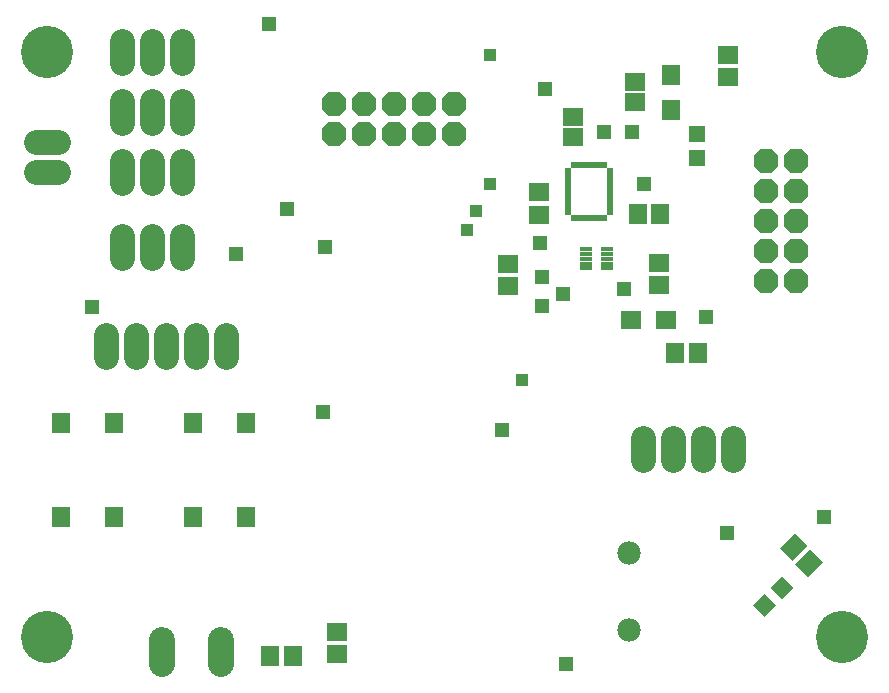
<source format=gbs>
G75*
G70*
%OFA0B0*%
%FSLAX24Y24*%
%IPPOS*%
%LPD*%
%AMOC8*
5,1,8,0,0,1.08239X$1,22.5*
%
%ADD10R,0.0395X0.0167*%
%ADD11R,0.0592X0.0671*%
%ADD12R,0.0671X0.0592*%
%ADD13R,0.0710X0.0631*%
%ADD14R,0.0198X0.0237*%
%ADD15R,0.0237X0.0198*%
%ADD16R,0.0631X0.0710*%
%ADD17C,0.0820*%
%ADD18OC8,0.0820*%
%ADD19R,0.0552X0.0552*%
%ADD20R,0.0552X0.0552*%
%ADD21R,0.0592X0.0710*%
%ADD22R,0.0710X0.0592*%
%ADD23R,0.0592X0.0690*%
%ADD24C,0.0780*%
%ADD25C,0.0860*%
%ADD26R,0.0476X0.0476*%
%ADD27R,0.0437X0.0437*%
%ADD28C,0.1740*%
D10*
X019579Y016468D03*
X019579Y016626D03*
X019579Y016783D03*
X019579Y016941D03*
X019579Y017098D03*
X020296Y017098D03*
X020296Y016941D03*
X020296Y016783D03*
X020296Y016626D03*
X020296Y016468D03*
D11*
X021313Y018283D03*
X022062Y018283D03*
X022563Y013633D03*
X023312Y013633D03*
D12*
X022038Y015909D03*
X022038Y016657D03*
X018038Y018259D03*
X018038Y019007D03*
X019148Y020845D03*
X019148Y021515D03*
X021238Y021999D03*
X021238Y022668D03*
X016987Y016618D03*
X016987Y015870D03*
D13*
X021083Y014750D03*
X022264Y014750D03*
D14*
X020180Y018143D03*
X019983Y018143D03*
X019786Y018143D03*
X019589Y018143D03*
X019392Y018143D03*
X019195Y018143D03*
X019195Y019924D03*
X019392Y019924D03*
X019589Y019924D03*
X019786Y019924D03*
X019983Y019924D03*
X020180Y019924D03*
D15*
X020381Y019722D03*
X020381Y019525D03*
X020381Y019329D03*
X020381Y019132D03*
X020381Y018935D03*
X020381Y018738D03*
X020381Y018541D03*
X020381Y018344D03*
X018994Y018344D03*
X018994Y018541D03*
X018994Y018738D03*
X018994Y018935D03*
X018994Y019132D03*
X018994Y019329D03*
X018994Y019525D03*
X018994Y019722D03*
D16*
X022438Y021743D03*
X022438Y022924D03*
D17*
X022488Y010803D02*
X022488Y010063D01*
X023488Y010063D02*
X023488Y010803D01*
X024488Y010803D02*
X024488Y010063D01*
X021488Y010063D02*
X021488Y010803D01*
X007588Y013513D02*
X007588Y014253D01*
X006588Y014253D02*
X006588Y013513D01*
X005588Y013513D02*
X005588Y014253D01*
X004588Y014253D02*
X004588Y013513D01*
X003588Y013513D02*
X003588Y014253D01*
X004138Y016813D02*
X004138Y017553D01*
X005138Y017553D02*
X005138Y016813D01*
X006138Y016813D02*
X006138Y017553D01*
X006138Y019313D02*
X006138Y020053D01*
X005138Y020053D02*
X005138Y019313D01*
X004138Y019313D02*
X004138Y020053D01*
X004138Y021313D02*
X004138Y022053D01*
X005138Y022053D02*
X005138Y021313D01*
X006138Y021313D02*
X006138Y022053D01*
X006138Y023313D02*
X006138Y024053D01*
X005138Y024053D02*
X005138Y023313D01*
X004138Y023313D02*
X004138Y024053D01*
X002008Y020683D02*
X001268Y020683D01*
X001268Y019683D02*
X002008Y019683D01*
D18*
X011188Y020933D03*
X012188Y020933D03*
X013188Y020933D03*
X014188Y020933D03*
X015188Y020933D03*
X015188Y021933D03*
X014188Y021933D03*
X013188Y021933D03*
X012188Y021933D03*
X011188Y021933D03*
X025588Y020033D03*
X026588Y020033D03*
X026588Y019033D03*
X026588Y018033D03*
X026588Y017033D03*
X026588Y016033D03*
X025588Y016033D03*
X025588Y017033D03*
X025588Y018033D03*
X025588Y019033D03*
D19*
G36*
X026136Y005433D02*
X025746Y005823D01*
X026136Y006213D01*
X026526Y005823D01*
X026136Y005433D01*
G37*
G36*
X025551Y004849D02*
X025161Y005239D01*
X025551Y005629D01*
X025941Y005239D01*
X025551Y004849D01*
G37*
D20*
X023299Y020132D03*
X023299Y020959D03*
D21*
G36*
X026467Y006711D02*
X026048Y007130D01*
X026549Y007631D01*
X026968Y007212D01*
X026467Y006711D01*
G37*
G36*
X026996Y006182D02*
X026577Y006601D01*
X027078Y007102D01*
X027497Y006683D01*
X026996Y006182D01*
G37*
X009812Y003533D03*
X009063Y003533D03*
D22*
X011288Y003609D03*
X011288Y004357D03*
X024332Y022833D03*
X024332Y023581D03*
D23*
X008253Y011324D03*
X006482Y011324D03*
X003854Y011306D03*
X002082Y011306D03*
X002082Y008176D03*
X003854Y008176D03*
X006482Y008194D03*
X008253Y008194D03*
D24*
X021038Y006963D03*
X021038Y004404D03*
D25*
X007428Y004073D02*
X007428Y003293D01*
X005458Y003293D02*
X005458Y004073D01*
D26*
X010838Y011683D03*
X016788Y011083D03*
X018138Y015213D03*
X018813Y015608D03*
X018138Y016183D03*
X018062Y017322D03*
X020855Y015763D03*
X023595Y014833D03*
X021538Y019283D03*
X021135Y021014D03*
X020184Y021010D03*
X018238Y022433D03*
X010888Y017183D03*
X009638Y018433D03*
X007938Y016933D03*
X003138Y015183D03*
X009026Y024625D03*
X027538Y008183D03*
X024288Y007633D03*
X018938Y003283D03*
D27*
X017448Y012749D03*
X015620Y017747D03*
X015925Y018382D03*
X016395Y019274D03*
X016395Y023584D03*
D28*
X001638Y004183D03*
X001638Y023683D03*
X028138Y023683D03*
X028138Y004183D03*
M02*

</source>
